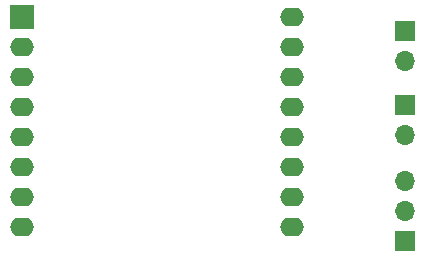
<source format=gbr>
G04 #@! TF.GenerationSoftware,KiCad,Pcbnew,8.0.7*
G04 #@! TF.CreationDate,2024-12-04T23:59:10+01:00*
G04 #@! TF.ProjectId,LuminO,4c756d69-6e4f-42e6-9b69-6361645f7063,rev?*
G04 #@! TF.SameCoordinates,Original*
G04 #@! TF.FileFunction,Soldermask,Top*
G04 #@! TF.FilePolarity,Negative*
%FSLAX46Y46*%
G04 Gerber Fmt 4.6, Leading zero omitted, Abs format (unit mm)*
G04 Created by KiCad (PCBNEW 8.0.7) date 2024-12-04 23:59:10*
%MOMM*%
%LPD*%
G01*
G04 APERTURE LIST*
%ADD10R,1.700000X1.700000*%
%ADD11O,1.700000X1.700000*%
%ADD12R,2.000000X2.000000*%
%ADD13O,2.000000X1.600000*%
G04 APERTURE END LIST*
D10*
X153475000Y-79750000D03*
D11*
X153475000Y-82290000D03*
D12*
X121055000Y-78610000D03*
D13*
X121055000Y-81150000D03*
X121055000Y-83690000D03*
X121055000Y-86230000D03*
X121055000Y-88770000D03*
X121055000Y-91310000D03*
X121055000Y-93850000D03*
X121055000Y-96390000D03*
X143915000Y-96390000D03*
X143915000Y-93850000D03*
X143915000Y-91310000D03*
X143915000Y-88770000D03*
X143915000Y-86230000D03*
X143915000Y-83690000D03*
X143915000Y-81150000D03*
X143915000Y-78610000D03*
D10*
X153500000Y-86000000D03*
D11*
X153500000Y-88540000D03*
D10*
X153475000Y-97525000D03*
D11*
X153475000Y-94985000D03*
X153475000Y-92445000D03*
M02*

</source>
